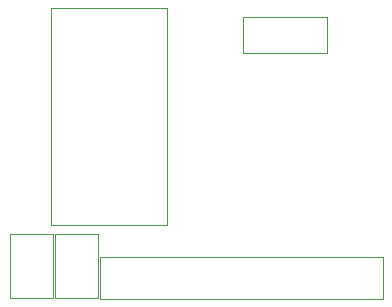
<source format=gbr>
G04 #@! TF.GenerationSoftware,KiCad,Pcbnew,7.0.2*
G04 #@! TF.CreationDate,2025-03-19T22:04:08+13:00*
G04 #@! TF.ProjectId,C128_Pi1541_Interface,43313238-5f50-4693-9135-34315f496e74,rev?*
G04 #@! TF.SameCoordinates,Original*
G04 #@! TF.FileFunction,Other,User*
%FSLAX46Y46*%
G04 Gerber Fmt 4.6, Leading zero omitted, Abs format (unit mm)*
G04 Created by KiCad (PCBNEW 7.0.2) date 2025-03-19 22:04:08*
%MOMM*%
%LPD*%
G01*
G04 APERTURE LIST*
%ADD10C,0.050000*%
G04 APERTURE END LIST*
D10*
G04 #@! TO.C,*
X109148000Y-90242000D02*
X112848000Y-90242000D01*
X112848000Y-90242000D02*
X112848000Y-84802000D01*
X109148000Y-84802000D02*
X109148000Y-90242000D01*
X112848000Y-84802000D02*
X109148000Y-84802000D01*
G04 #@! TO.C,U1*
X112692000Y-65633000D02*
X112692000Y-83983000D01*
X112692000Y-83983000D02*
X122492000Y-83983000D01*
X122492000Y-65633000D02*
X112692000Y-65633000D01*
X122492000Y-83983000D02*
X122492000Y-65633000D01*
G04 #@! TO.C,*
X112958000Y-90242000D02*
X116658000Y-90242000D01*
X116658000Y-90242000D02*
X116658000Y-84802000D01*
X112958000Y-84802000D02*
X112958000Y-90242000D01*
X116658000Y-84802000D02*
X112958000Y-84802000D01*
X128911000Y-66445000D02*
X128911000Y-69445000D01*
X128911000Y-69445000D02*
X136011000Y-69445000D01*
X136011000Y-66445000D02*
X128911000Y-66445000D01*
X136011000Y-69445000D02*
X136011000Y-66445000D01*
X116818000Y-90319000D02*
X140718000Y-90319000D01*
X140718000Y-90319000D02*
X140718000Y-86719000D01*
X116818000Y-86719000D02*
X116818000Y-90319000D01*
X140718000Y-86719000D02*
X116818000Y-86719000D01*
G04 #@! TD*
M02*

</source>
